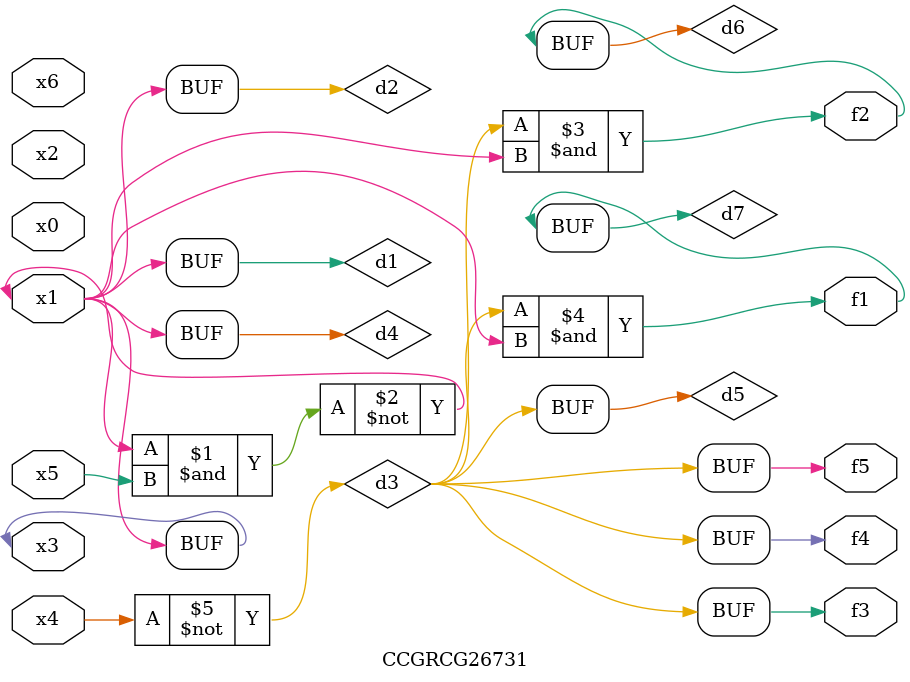
<source format=v>
module CCGRCG26731(
	input x0, x1, x2, x3, x4, x5, x6,
	output f1, f2, f3, f4, f5
);

	wire d1, d2, d3, d4, d5, d6, d7;

	buf (d1, x1, x3);
	nand (d2, x1, x5);
	not (d3, x4);
	buf (d4, d1, d2);
	buf (d5, d3);
	and (d6, d3, d4);
	and (d7, d3, d4);
	assign f1 = d7;
	assign f2 = d6;
	assign f3 = d5;
	assign f4 = d5;
	assign f5 = d5;
endmodule

</source>
